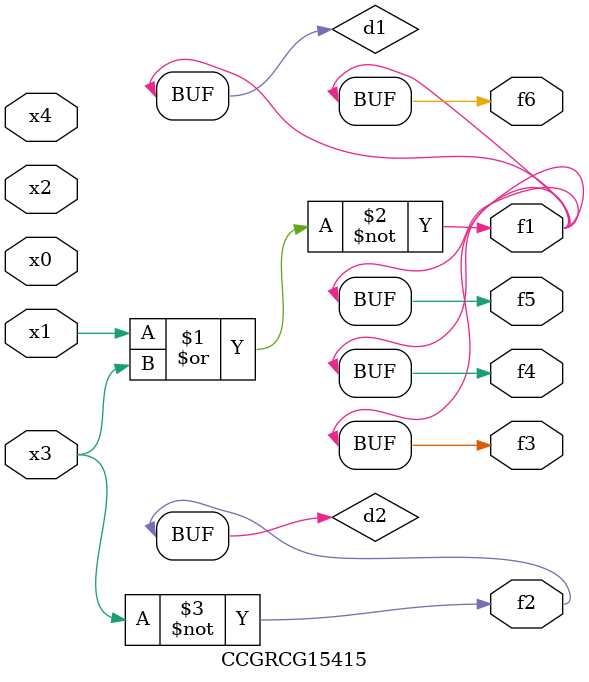
<source format=v>
module CCGRCG15415(
	input x0, x1, x2, x3, x4,
	output f1, f2, f3, f4, f5, f6
);

	wire d1, d2;

	nor (d1, x1, x3);
	not (d2, x3);
	assign f1 = d1;
	assign f2 = d2;
	assign f3 = d1;
	assign f4 = d1;
	assign f5 = d1;
	assign f6 = d1;
endmodule

</source>
